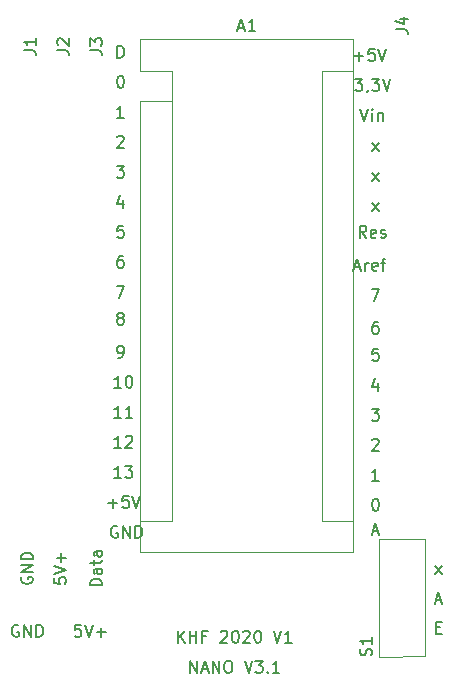
<source format=gbr>
%TF.GenerationSoftware,KiCad,Pcbnew,9.0.6*%
%TF.CreationDate,2025-12-02T10:32:04+01:00*%
%TF.ProjectId,NANO_Shield,4e414e4f-5f53-4686-9965-6c642e6b6963,rev?*%
%TF.SameCoordinates,Original*%
%TF.FileFunction,Legend,Top*%
%TF.FilePolarity,Positive*%
%FSLAX46Y46*%
G04 Gerber Fmt 4.6, Leading zero omitted, Abs format (unit mm)*
G04 Created by KiCad (PCBNEW 9.0.6) date 2025-12-02 10:32:04*
%MOMM*%
%LPD*%
G01*
G04 APERTURE LIST*
%ADD10C,0.150000*%
%ADD11C,0.120000*%
G04 APERTURE END LIST*
D10*
X124762095Y-362404819D02*
X124762095Y-361404819D01*
X124762095Y-361404819D02*
X125333523Y-362404819D01*
X125333523Y-362404819D02*
X125333523Y-361404819D01*
X125762095Y-362119104D02*
X126238285Y-362119104D01*
X125666857Y-362404819D02*
X126000190Y-361404819D01*
X126000190Y-361404819D02*
X126333523Y-362404819D01*
X126666857Y-362404819D02*
X126666857Y-361404819D01*
X126666857Y-361404819D02*
X127238285Y-362404819D01*
X127238285Y-362404819D02*
X127238285Y-361404819D01*
X127904952Y-361404819D02*
X128095428Y-361404819D01*
X128095428Y-361404819D02*
X128190666Y-361452438D01*
X128190666Y-361452438D02*
X128285904Y-361547676D01*
X128285904Y-361547676D02*
X128333523Y-361738152D01*
X128333523Y-361738152D02*
X128333523Y-362071485D01*
X128333523Y-362071485D02*
X128285904Y-362261961D01*
X128285904Y-362261961D02*
X128190666Y-362357200D01*
X128190666Y-362357200D02*
X128095428Y-362404819D01*
X128095428Y-362404819D02*
X127904952Y-362404819D01*
X127904952Y-362404819D02*
X127809714Y-362357200D01*
X127809714Y-362357200D02*
X127714476Y-362261961D01*
X127714476Y-362261961D02*
X127666857Y-362071485D01*
X127666857Y-362071485D02*
X127666857Y-361738152D01*
X127666857Y-361738152D02*
X127714476Y-361547676D01*
X127714476Y-361547676D02*
X127809714Y-361452438D01*
X127809714Y-361452438D02*
X127904952Y-361404819D01*
X129381143Y-361404819D02*
X129714476Y-362404819D01*
X129714476Y-362404819D02*
X130047809Y-361404819D01*
X130285905Y-361404819D02*
X130904952Y-361404819D01*
X130904952Y-361404819D02*
X130571619Y-361785771D01*
X130571619Y-361785771D02*
X130714476Y-361785771D01*
X130714476Y-361785771D02*
X130809714Y-361833390D01*
X130809714Y-361833390D02*
X130857333Y-361881009D01*
X130857333Y-361881009D02*
X130904952Y-361976247D01*
X130904952Y-361976247D02*
X130904952Y-362214342D01*
X130904952Y-362214342D02*
X130857333Y-362309580D01*
X130857333Y-362309580D02*
X130809714Y-362357200D01*
X130809714Y-362357200D02*
X130714476Y-362404819D01*
X130714476Y-362404819D02*
X130428762Y-362404819D01*
X130428762Y-362404819D02*
X130333524Y-362357200D01*
X130333524Y-362357200D02*
X130285905Y-362309580D01*
X131333524Y-362309580D02*
X131381143Y-362357200D01*
X131381143Y-362357200D02*
X131333524Y-362404819D01*
X131333524Y-362404819D02*
X131285905Y-362357200D01*
X131285905Y-362357200D02*
X131333524Y-362309580D01*
X131333524Y-362309580D02*
X131333524Y-362404819D01*
X132333523Y-362404819D02*
X131762095Y-362404819D01*
X132047809Y-362404819D02*
X132047809Y-361404819D01*
X132047809Y-361404819D02*
X131952571Y-361547676D01*
X131952571Y-361547676D02*
X131857333Y-361642914D01*
X131857333Y-361642914D02*
X131762095Y-361690533D01*
X145534095Y-354022819D02*
X146057904Y-353356152D01*
X145534095Y-353356152D02*
X146057904Y-354022819D01*
X145557905Y-356277104D02*
X146034095Y-356277104D01*
X145462667Y-356562819D02*
X145796000Y-355562819D01*
X145796000Y-355562819D02*
X146129333Y-356562819D01*
X145581714Y-358579009D02*
X145915047Y-358579009D01*
X146057904Y-359102819D02*
X145581714Y-359102819D01*
X145581714Y-359102819D02*
X145581714Y-358102819D01*
X145581714Y-358102819D02*
X146057904Y-358102819D01*
X140200095Y-323288819D02*
X140723904Y-322622152D01*
X140200095Y-322622152D02*
X140723904Y-323288819D01*
X140200095Y-320748819D02*
X140723904Y-320082152D01*
X140200095Y-320082152D02*
X140723904Y-320748819D01*
X140200095Y-318208819D02*
X140723904Y-317542152D01*
X140200095Y-317542152D02*
X140723904Y-318208819D01*
X139184191Y-314668819D02*
X139517524Y-315668819D01*
X139517524Y-315668819D02*
X139850857Y-314668819D01*
X140184191Y-315668819D02*
X140184191Y-315002152D01*
X140184191Y-314668819D02*
X140136572Y-314716438D01*
X140136572Y-314716438D02*
X140184191Y-314764057D01*
X140184191Y-314764057D02*
X140231810Y-314716438D01*
X140231810Y-314716438D02*
X140184191Y-314668819D01*
X140184191Y-314668819D02*
X140184191Y-314764057D01*
X140660381Y-315002152D02*
X140660381Y-315668819D01*
X140660381Y-315097390D02*
X140708000Y-315049771D01*
X140708000Y-315049771D02*
X140803238Y-315002152D01*
X140803238Y-315002152D02*
X140946095Y-315002152D01*
X140946095Y-315002152D02*
X141041333Y-315049771D01*
X141041333Y-315049771D02*
X141088952Y-315145009D01*
X141088952Y-315145009D02*
X141088952Y-315668819D01*
X138731810Y-312128819D02*
X139350857Y-312128819D01*
X139350857Y-312128819D02*
X139017524Y-312509771D01*
X139017524Y-312509771D02*
X139160381Y-312509771D01*
X139160381Y-312509771D02*
X139255619Y-312557390D01*
X139255619Y-312557390D02*
X139303238Y-312605009D01*
X139303238Y-312605009D02*
X139350857Y-312700247D01*
X139350857Y-312700247D02*
X139350857Y-312938342D01*
X139350857Y-312938342D02*
X139303238Y-313033580D01*
X139303238Y-313033580D02*
X139255619Y-313081200D01*
X139255619Y-313081200D02*
X139160381Y-313128819D01*
X139160381Y-313128819D02*
X138874667Y-313128819D01*
X138874667Y-313128819D02*
X138779429Y-313081200D01*
X138779429Y-313081200D02*
X138731810Y-313033580D01*
X139827048Y-313081200D02*
X139827048Y-313128819D01*
X139827048Y-313128819D02*
X139779429Y-313224057D01*
X139779429Y-313224057D02*
X139731810Y-313271676D01*
X140160381Y-312128819D02*
X140779428Y-312128819D01*
X140779428Y-312128819D02*
X140446095Y-312509771D01*
X140446095Y-312509771D02*
X140588952Y-312509771D01*
X140588952Y-312509771D02*
X140684190Y-312557390D01*
X140684190Y-312557390D02*
X140731809Y-312605009D01*
X140731809Y-312605009D02*
X140779428Y-312700247D01*
X140779428Y-312700247D02*
X140779428Y-312938342D01*
X140779428Y-312938342D02*
X140731809Y-313033580D01*
X140731809Y-313033580D02*
X140684190Y-313081200D01*
X140684190Y-313081200D02*
X140588952Y-313128819D01*
X140588952Y-313128819D02*
X140303238Y-313128819D01*
X140303238Y-313128819D02*
X140208000Y-313081200D01*
X140208000Y-313081200D02*
X140160381Y-313033580D01*
X141065143Y-312128819D02*
X141398476Y-313128819D01*
X141398476Y-313128819D02*
X141731809Y-312128819D01*
X138668286Y-310207866D02*
X139430191Y-310207866D01*
X139049238Y-310588819D02*
X139049238Y-309826914D01*
X140382571Y-309588819D02*
X139906381Y-309588819D01*
X139906381Y-309588819D02*
X139858762Y-310065009D01*
X139858762Y-310065009D02*
X139906381Y-310017390D01*
X139906381Y-310017390D02*
X140001619Y-309969771D01*
X140001619Y-309969771D02*
X140239714Y-309969771D01*
X140239714Y-309969771D02*
X140334952Y-310017390D01*
X140334952Y-310017390D02*
X140382571Y-310065009D01*
X140382571Y-310065009D02*
X140430190Y-310160247D01*
X140430190Y-310160247D02*
X140430190Y-310398342D01*
X140430190Y-310398342D02*
X140382571Y-310493580D01*
X140382571Y-310493580D02*
X140334952Y-310541200D01*
X140334952Y-310541200D02*
X140239714Y-310588819D01*
X140239714Y-310588819D02*
X140001619Y-310588819D01*
X140001619Y-310588819D02*
X139906381Y-310541200D01*
X139906381Y-310541200D02*
X139858762Y-310493580D01*
X140715905Y-309588819D02*
X141049238Y-310588819D01*
X141049238Y-310588819D02*
X141382571Y-309588819D01*
X139684190Y-325574819D02*
X139350857Y-325098628D01*
X139112762Y-325574819D02*
X139112762Y-324574819D01*
X139112762Y-324574819D02*
X139493714Y-324574819D01*
X139493714Y-324574819D02*
X139588952Y-324622438D01*
X139588952Y-324622438D02*
X139636571Y-324670057D01*
X139636571Y-324670057D02*
X139684190Y-324765295D01*
X139684190Y-324765295D02*
X139684190Y-324908152D01*
X139684190Y-324908152D02*
X139636571Y-325003390D01*
X139636571Y-325003390D02*
X139588952Y-325051009D01*
X139588952Y-325051009D02*
X139493714Y-325098628D01*
X139493714Y-325098628D02*
X139112762Y-325098628D01*
X140493714Y-325527200D02*
X140398476Y-325574819D01*
X140398476Y-325574819D02*
X140208000Y-325574819D01*
X140208000Y-325574819D02*
X140112762Y-325527200D01*
X140112762Y-325527200D02*
X140065143Y-325431961D01*
X140065143Y-325431961D02*
X140065143Y-325051009D01*
X140065143Y-325051009D02*
X140112762Y-324955771D01*
X140112762Y-324955771D02*
X140208000Y-324908152D01*
X140208000Y-324908152D02*
X140398476Y-324908152D01*
X140398476Y-324908152D02*
X140493714Y-324955771D01*
X140493714Y-324955771D02*
X140541333Y-325051009D01*
X140541333Y-325051009D02*
X140541333Y-325146247D01*
X140541333Y-325146247D02*
X140065143Y-325241485D01*
X140922286Y-325527200D02*
X141017524Y-325574819D01*
X141017524Y-325574819D02*
X141208000Y-325574819D01*
X141208000Y-325574819D02*
X141303238Y-325527200D01*
X141303238Y-325527200D02*
X141350857Y-325431961D01*
X141350857Y-325431961D02*
X141350857Y-325384342D01*
X141350857Y-325384342D02*
X141303238Y-325289104D01*
X141303238Y-325289104D02*
X141208000Y-325241485D01*
X141208000Y-325241485D02*
X141065143Y-325241485D01*
X141065143Y-325241485D02*
X140969905Y-325193866D01*
X140969905Y-325193866D02*
X140922286Y-325098628D01*
X140922286Y-325098628D02*
X140922286Y-325051009D01*
X140922286Y-325051009D02*
X140969905Y-324955771D01*
X140969905Y-324955771D02*
X141065143Y-324908152D01*
X141065143Y-324908152D02*
X141208000Y-324908152D01*
X141208000Y-324908152D02*
X141303238Y-324955771D01*
X138692095Y-328083104D02*
X139168285Y-328083104D01*
X138596857Y-328368819D02*
X138930190Y-327368819D01*
X138930190Y-327368819D02*
X139263523Y-328368819D01*
X139596857Y-328368819D02*
X139596857Y-327702152D01*
X139596857Y-327892628D02*
X139644476Y-327797390D01*
X139644476Y-327797390D02*
X139692095Y-327749771D01*
X139692095Y-327749771D02*
X139787333Y-327702152D01*
X139787333Y-327702152D02*
X139882571Y-327702152D01*
X140596857Y-328321200D02*
X140501619Y-328368819D01*
X140501619Y-328368819D02*
X140311143Y-328368819D01*
X140311143Y-328368819D02*
X140215905Y-328321200D01*
X140215905Y-328321200D02*
X140168286Y-328225961D01*
X140168286Y-328225961D02*
X140168286Y-327845009D01*
X140168286Y-327845009D02*
X140215905Y-327749771D01*
X140215905Y-327749771D02*
X140311143Y-327702152D01*
X140311143Y-327702152D02*
X140501619Y-327702152D01*
X140501619Y-327702152D02*
X140596857Y-327749771D01*
X140596857Y-327749771D02*
X140644476Y-327845009D01*
X140644476Y-327845009D02*
X140644476Y-327940247D01*
X140644476Y-327940247D02*
X140168286Y-328035485D01*
X140930191Y-327702152D02*
X141311143Y-327702152D01*
X141073048Y-328368819D02*
X141073048Y-327511676D01*
X141073048Y-327511676D02*
X141120667Y-327416438D01*
X141120667Y-327416438D02*
X141215905Y-327368819D01*
X141215905Y-327368819D02*
X141311143Y-327368819D01*
X140128667Y-329908819D02*
X140795333Y-329908819D01*
X140795333Y-329908819D02*
X140366762Y-330908819D01*
X140652476Y-332702819D02*
X140462000Y-332702819D01*
X140462000Y-332702819D02*
X140366762Y-332750438D01*
X140366762Y-332750438D02*
X140319143Y-332798057D01*
X140319143Y-332798057D02*
X140223905Y-332940914D01*
X140223905Y-332940914D02*
X140176286Y-333131390D01*
X140176286Y-333131390D02*
X140176286Y-333512342D01*
X140176286Y-333512342D02*
X140223905Y-333607580D01*
X140223905Y-333607580D02*
X140271524Y-333655200D01*
X140271524Y-333655200D02*
X140366762Y-333702819D01*
X140366762Y-333702819D02*
X140557238Y-333702819D01*
X140557238Y-333702819D02*
X140652476Y-333655200D01*
X140652476Y-333655200D02*
X140700095Y-333607580D01*
X140700095Y-333607580D02*
X140747714Y-333512342D01*
X140747714Y-333512342D02*
X140747714Y-333274247D01*
X140747714Y-333274247D02*
X140700095Y-333179009D01*
X140700095Y-333179009D02*
X140652476Y-333131390D01*
X140652476Y-333131390D02*
X140557238Y-333083771D01*
X140557238Y-333083771D02*
X140366762Y-333083771D01*
X140366762Y-333083771D02*
X140271524Y-333131390D01*
X140271524Y-333131390D02*
X140223905Y-333179009D01*
X140223905Y-333179009D02*
X140176286Y-333274247D01*
X140700095Y-334988819D02*
X140223905Y-334988819D01*
X140223905Y-334988819D02*
X140176286Y-335465009D01*
X140176286Y-335465009D02*
X140223905Y-335417390D01*
X140223905Y-335417390D02*
X140319143Y-335369771D01*
X140319143Y-335369771D02*
X140557238Y-335369771D01*
X140557238Y-335369771D02*
X140652476Y-335417390D01*
X140652476Y-335417390D02*
X140700095Y-335465009D01*
X140700095Y-335465009D02*
X140747714Y-335560247D01*
X140747714Y-335560247D02*
X140747714Y-335798342D01*
X140747714Y-335798342D02*
X140700095Y-335893580D01*
X140700095Y-335893580D02*
X140652476Y-335941200D01*
X140652476Y-335941200D02*
X140557238Y-335988819D01*
X140557238Y-335988819D02*
X140319143Y-335988819D01*
X140319143Y-335988819D02*
X140223905Y-335941200D01*
X140223905Y-335941200D02*
X140176286Y-335893580D01*
X140652476Y-337862152D02*
X140652476Y-338528819D01*
X140414381Y-337481200D02*
X140176286Y-338195485D01*
X140176286Y-338195485D02*
X140795333Y-338195485D01*
X140128667Y-340068819D02*
X140747714Y-340068819D01*
X140747714Y-340068819D02*
X140414381Y-340449771D01*
X140414381Y-340449771D02*
X140557238Y-340449771D01*
X140557238Y-340449771D02*
X140652476Y-340497390D01*
X140652476Y-340497390D02*
X140700095Y-340545009D01*
X140700095Y-340545009D02*
X140747714Y-340640247D01*
X140747714Y-340640247D02*
X140747714Y-340878342D01*
X140747714Y-340878342D02*
X140700095Y-340973580D01*
X140700095Y-340973580D02*
X140652476Y-341021200D01*
X140652476Y-341021200D02*
X140557238Y-341068819D01*
X140557238Y-341068819D02*
X140271524Y-341068819D01*
X140271524Y-341068819D02*
X140176286Y-341021200D01*
X140176286Y-341021200D02*
X140128667Y-340973580D01*
X140176286Y-342704057D02*
X140223905Y-342656438D01*
X140223905Y-342656438D02*
X140319143Y-342608819D01*
X140319143Y-342608819D02*
X140557238Y-342608819D01*
X140557238Y-342608819D02*
X140652476Y-342656438D01*
X140652476Y-342656438D02*
X140700095Y-342704057D01*
X140700095Y-342704057D02*
X140747714Y-342799295D01*
X140747714Y-342799295D02*
X140747714Y-342894533D01*
X140747714Y-342894533D02*
X140700095Y-343037390D01*
X140700095Y-343037390D02*
X140128667Y-343608819D01*
X140128667Y-343608819D02*
X140747714Y-343608819D01*
X140747714Y-346148819D02*
X140176286Y-346148819D01*
X140462000Y-346148819D02*
X140462000Y-345148819D01*
X140462000Y-345148819D02*
X140366762Y-345291676D01*
X140366762Y-345291676D02*
X140271524Y-345386914D01*
X140271524Y-345386914D02*
X140176286Y-345434533D01*
X140414381Y-347688819D02*
X140509619Y-347688819D01*
X140509619Y-347688819D02*
X140604857Y-347736438D01*
X140604857Y-347736438D02*
X140652476Y-347784057D01*
X140652476Y-347784057D02*
X140700095Y-347879295D01*
X140700095Y-347879295D02*
X140747714Y-348069771D01*
X140747714Y-348069771D02*
X140747714Y-348307866D01*
X140747714Y-348307866D02*
X140700095Y-348498342D01*
X140700095Y-348498342D02*
X140652476Y-348593580D01*
X140652476Y-348593580D02*
X140604857Y-348641200D01*
X140604857Y-348641200D02*
X140509619Y-348688819D01*
X140509619Y-348688819D02*
X140414381Y-348688819D01*
X140414381Y-348688819D02*
X140319143Y-348641200D01*
X140319143Y-348641200D02*
X140271524Y-348593580D01*
X140271524Y-348593580D02*
X140223905Y-348498342D01*
X140223905Y-348498342D02*
X140176286Y-348307866D01*
X140176286Y-348307866D02*
X140176286Y-348069771D01*
X140176286Y-348069771D02*
X140223905Y-347879295D01*
X140223905Y-347879295D02*
X140271524Y-347784057D01*
X140271524Y-347784057D02*
X140319143Y-347736438D01*
X140319143Y-347736438D02*
X140414381Y-347688819D01*
X140223905Y-350435104D02*
X140700095Y-350435104D01*
X140128667Y-350720819D02*
X140462000Y-349720819D01*
X140462000Y-349720819D02*
X140795333Y-350720819D01*
X118618095Y-350022438D02*
X118522857Y-349974819D01*
X118522857Y-349974819D02*
X118380000Y-349974819D01*
X118380000Y-349974819D02*
X118237143Y-350022438D01*
X118237143Y-350022438D02*
X118141905Y-350117676D01*
X118141905Y-350117676D02*
X118094286Y-350212914D01*
X118094286Y-350212914D02*
X118046667Y-350403390D01*
X118046667Y-350403390D02*
X118046667Y-350546247D01*
X118046667Y-350546247D02*
X118094286Y-350736723D01*
X118094286Y-350736723D02*
X118141905Y-350831961D01*
X118141905Y-350831961D02*
X118237143Y-350927200D01*
X118237143Y-350927200D02*
X118380000Y-350974819D01*
X118380000Y-350974819D02*
X118475238Y-350974819D01*
X118475238Y-350974819D02*
X118618095Y-350927200D01*
X118618095Y-350927200D02*
X118665714Y-350879580D01*
X118665714Y-350879580D02*
X118665714Y-350546247D01*
X118665714Y-350546247D02*
X118475238Y-350546247D01*
X119094286Y-350974819D02*
X119094286Y-349974819D01*
X119094286Y-349974819D02*
X119665714Y-350974819D01*
X119665714Y-350974819D02*
X119665714Y-349974819D01*
X120141905Y-350974819D02*
X120141905Y-349974819D01*
X120141905Y-349974819D02*
X120380000Y-349974819D01*
X120380000Y-349974819D02*
X120522857Y-350022438D01*
X120522857Y-350022438D02*
X120618095Y-350117676D01*
X120618095Y-350117676D02*
X120665714Y-350212914D01*
X120665714Y-350212914D02*
X120713333Y-350403390D01*
X120713333Y-350403390D02*
X120713333Y-350546247D01*
X120713333Y-350546247D02*
X120665714Y-350736723D01*
X120665714Y-350736723D02*
X120618095Y-350831961D01*
X120618095Y-350831961D02*
X120522857Y-350927200D01*
X120522857Y-350927200D02*
X120380000Y-350974819D01*
X120380000Y-350974819D02*
X120141905Y-350974819D01*
X117840286Y-348053866D02*
X118602191Y-348053866D01*
X118221238Y-348434819D02*
X118221238Y-347672914D01*
X119554571Y-347434819D02*
X119078381Y-347434819D01*
X119078381Y-347434819D02*
X119030762Y-347911009D01*
X119030762Y-347911009D02*
X119078381Y-347863390D01*
X119078381Y-347863390D02*
X119173619Y-347815771D01*
X119173619Y-347815771D02*
X119411714Y-347815771D01*
X119411714Y-347815771D02*
X119506952Y-347863390D01*
X119506952Y-347863390D02*
X119554571Y-347911009D01*
X119554571Y-347911009D02*
X119602190Y-348006247D01*
X119602190Y-348006247D02*
X119602190Y-348244342D01*
X119602190Y-348244342D02*
X119554571Y-348339580D01*
X119554571Y-348339580D02*
X119506952Y-348387200D01*
X119506952Y-348387200D02*
X119411714Y-348434819D01*
X119411714Y-348434819D02*
X119173619Y-348434819D01*
X119173619Y-348434819D02*
X119078381Y-348387200D01*
X119078381Y-348387200D02*
X119030762Y-348339580D01*
X119887905Y-347434819D02*
X120221238Y-348434819D01*
X120221238Y-348434819D02*
X120554571Y-347434819D01*
X118935523Y-345894819D02*
X118364095Y-345894819D01*
X118649809Y-345894819D02*
X118649809Y-344894819D01*
X118649809Y-344894819D02*
X118554571Y-345037676D01*
X118554571Y-345037676D02*
X118459333Y-345132914D01*
X118459333Y-345132914D02*
X118364095Y-345180533D01*
X119268857Y-344894819D02*
X119887904Y-344894819D01*
X119887904Y-344894819D02*
X119554571Y-345275771D01*
X119554571Y-345275771D02*
X119697428Y-345275771D01*
X119697428Y-345275771D02*
X119792666Y-345323390D01*
X119792666Y-345323390D02*
X119840285Y-345371009D01*
X119840285Y-345371009D02*
X119887904Y-345466247D01*
X119887904Y-345466247D02*
X119887904Y-345704342D01*
X119887904Y-345704342D02*
X119840285Y-345799580D01*
X119840285Y-345799580D02*
X119792666Y-345847200D01*
X119792666Y-345847200D02*
X119697428Y-345894819D01*
X119697428Y-345894819D02*
X119411714Y-345894819D01*
X119411714Y-345894819D02*
X119316476Y-345847200D01*
X119316476Y-345847200D02*
X119268857Y-345799580D01*
X118935523Y-343354819D02*
X118364095Y-343354819D01*
X118649809Y-343354819D02*
X118649809Y-342354819D01*
X118649809Y-342354819D02*
X118554571Y-342497676D01*
X118554571Y-342497676D02*
X118459333Y-342592914D01*
X118459333Y-342592914D02*
X118364095Y-342640533D01*
X119316476Y-342450057D02*
X119364095Y-342402438D01*
X119364095Y-342402438D02*
X119459333Y-342354819D01*
X119459333Y-342354819D02*
X119697428Y-342354819D01*
X119697428Y-342354819D02*
X119792666Y-342402438D01*
X119792666Y-342402438D02*
X119840285Y-342450057D01*
X119840285Y-342450057D02*
X119887904Y-342545295D01*
X119887904Y-342545295D02*
X119887904Y-342640533D01*
X119887904Y-342640533D02*
X119840285Y-342783390D01*
X119840285Y-342783390D02*
X119268857Y-343354819D01*
X119268857Y-343354819D02*
X119887904Y-343354819D01*
X118935523Y-340814819D02*
X118364095Y-340814819D01*
X118649809Y-340814819D02*
X118649809Y-339814819D01*
X118649809Y-339814819D02*
X118554571Y-339957676D01*
X118554571Y-339957676D02*
X118459333Y-340052914D01*
X118459333Y-340052914D02*
X118364095Y-340100533D01*
X119887904Y-340814819D02*
X119316476Y-340814819D01*
X119602190Y-340814819D02*
X119602190Y-339814819D01*
X119602190Y-339814819D02*
X119506952Y-339957676D01*
X119506952Y-339957676D02*
X119411714Y-340052914D01*
X119411714Y-340052914D02*
X119316476Y-340100533D01*
X118935523Y-338274819D02*
X118364095Y-338274819D01*
X118649809Y-338274819D02*
X118649809Y-337274819D01*
X118649809Y-337274819D02*
X118554571Y-337417676D01*
X118554571Y-337417676D02*
X118459333Y-337512914D01*
X118459333Y-337512914D02*
X118364095Y-337560533D01*
X119554571Y-337274819D02*
X119649809Y-337274819D01*
X119649809Y-337274819D02*
X119745047Y-337322438D01*
X119745047Y-337322438D02*
X119792666Y-337370057D01*
X119792666Y-337370057D02*
X119840285Y-337465295D01*
X119840285Y-337465295D02*
X119887904Y-337655771D01*
X119887904Y-337655771D02*
X119887904Y-337893866D01*
X119887904Y-337893866D02*
X119840285Y-338084342D01*
X119840285Y-338084342D02*
X119792666Y-338179580D01*
X119792666Y-338179580D02*
X119745047Y-338227200D01*
X119745047Y-338227200D02*
X119649809Y-338274819D01*
X119649809Y-338274819D02*
X119554571Y-338274819D01*
X119554571Y-338274819D02*
X119459333Y-338227200D01*
X119459333Y-338227200D02*
X119411714Y-338179580D01*
X119411714Y-338179580D02*
X119364095Y-338084342D01*
X119364095Y-338084342D02*
X119316476Y-337893866D01*
X119316476Y-337893866D02*
X119316476Y-337655771D01*
X119316476Y-337655771D02*
X119364095Y-337465295D01*
X119364095Y-337465295D02*
X119411714Y-337370057D01*
X119411714Y-337370057D02*
X119459333Y-337322438D01*
X119459333Y-337322438D02*
X119554571Y-337274819D01*
X118681524Y-335734819D02*
X118872000Y-335734819D01*
X118872000Y-335734819D02*
X118967238Y-335687200D01*
X118967238Y-335687200D02*
X119014857Y-335639580D01*
X119014857Y-335639580D02*
X119110095Y-335496723D01*
X119110095Y-335496723D02*
X119157714Y-335306247D01*
X119157714Y-335306247D02*
X119157714Y-334925295D01*
X119157714Y-334925295D02*
X119110095Y-334830057D01*
X119110095Y-334830057D02*
X119062476Y-334782438D01*
X119062476Y-334782438D02*
X118967238Y-334734819D01*
X118967238Y-334734819D02*
X118776762Y-334734819D01*
X118776762Y-334734819D02*
X118681524Y-334782438D01*
X118681524Y-334782438D02*
X118633905Y-334830057D01*
X118633905Y-334830057D02*
X118586286Y-334925295D01*
X118586286Y-334925295D02*
X118586286Y-335163390D01*
X118586286Y-335163390D02*
X118633905Y-335258628D01*
X118633905Y-335258628D02*
X118681524Y-335306247D01*
X118681524Y-335306247D02*
X118776762Y-335353866D01*
X118776762Y-335353866D02*
X118967238Y-335353866D01*
X118967238Y-335353866D02*
X119062476Y-335306247D01*
X119062476Y-335306247D02*
X119110095Y-335258628D01*
X119110095Y-335258628D02*
X119157714Y-335163390D01*
X118776762Y-332369390D02*
X118681524Y-332321771D01*
X118681524Y-332321771D02*
X118633905Y-332274152D01*
X118633905Y-332274152D02*
X118586286Y-332178914D01*
X118586286Y-332178914D02*
X118586286Y-332131295D01*
X118586286Y-332131295D02*
X118633905Y-332036057D01*
X118633905Y-332036057D02*
X118681524Y-331988438D01*
X118681524Y-331988438D02*
X118776762Y-331940819D01*
X118776762Y-331940819D02*
X118967238Y-331940819D01*
X118967238Y-331940819D02*
X119062476Y-331988438D01*
X119062476Y-331988438D02*
X119110095Y-332036057D01*
X119110095Y-332036057D02*
X119157714Y-332131295D01*
X119157714Y-332131295D02*
X119157714Y-332178914D01*
X119157714Y-332178914D02*
X119110095Y-332274152D01*
X119110095Y-332274152D02*
X119062476Y-332321771D01*
X119062476Y-332321771D02*
X118967238Y-332369390D01*
X118967238Y-332369390D02*
X118776762Y-332369390D01*
X118776762Y-332369390D02*
X118681524Y-332417009D01*
X118681524Y-332417009D02*
X118633905Y-332464628D01*
X118633905Y-332464628D02*
X118586286Y-332559866D01*
X118586286Y-332559866D02*
X118586286Y-332750342D01*
X118586286Y-332750342D02*
X118633905Y-332845580D01*
X118633905Y-332845580D02*
X118681524Y-332893200D01*
X118681524Y-332893200D02*
X118776762Y-332940819D01*
X118776762Y-332940819D02*
X118967238Y-332940819D01*
X118967238Y-332940819D02*
X119062476Y-332893200D01*
X119062476Y-332893200D02*
X119110095Y-332845580D01*
X119110095Y-332845580D02*
X119157714Y-332750342D01*
X119157714Y-332750342D02*
X119157714Y-332559866D01*
X119157714Y-332559866D02*
X119110095Y-332464628D01*
X119110095Y-332464628D02*
X119062476Y-332417009D01*
X119062476Y-332417009D02*
X118967238Y-332369390D01*
X118538667Y-329654819D02*
X119205333Y-329654819D01*
X119205333Y-329654819D02*
X118776762Y-330654819D01*
X119062476Y-327114819D02*
X118872000Y-327114819D01*
X118872000Y-327114819D02*
X118776762Y-327162438D01*
X118776762Y-327162438D02*
X118729143Y-327210057D01*
X118729143Y-327210057D02*
X118633905Y-327352914D01*
X118633905Y-327352914D02*
X118586286Y-327543390D01*
X118586286Y-327543390D02*
X118586286Y-327924342D01*
X118586286Y-327924342D02*
X118633905Y-328019580D01*
X118633905Y-328019580D02*
X118681524Y-328067200D01*
X118681524Y-328067200D02*
X118776762Y-328114819D01*
X118776762Y-328114819D02*
X118967238Y-328114819D01*
X118967238Y-328114819D02*
X119062476Y-328067200D01*
X119062476Y-328067200D02*
X119110095Y-328019580D01*
X119110095Y-328019580D02*
X119157714Y-327924342D01*
X119157714Y-327924342D02*
X119157714Y-327686247D01*
X119157714Y-327686247D02*
X119110095Y-327591009D01*
X119110095Y-327591009D02*
X119062476Y-327543390D01*
X119062476Y-327543390D02*
X118967238Y-327495771D01*
X118967238Y-327495771D02*
X118776762Y-327495771D01*
X118776762Y-327495771D02*
X118681524Y-327543390D01*
X118681524Y-327543390D02*
X118633905Y-327591009D01*
X118633905Y-327591009D02*
X118586286Y-327686247D01*
X119110095Y-324574819D02*
X118633905Y-324574819D01*
X118633905Y-324574819D02*
X118586286Y-325051009D01*
X118586286Y-325051009D02*
X118633905Y-325003390D01*
X118633905Y-325003390D02*
X118729143Y-324955771D01*
X118729143Y-324955771D02*
X118967238Y-324955771D01*
X118967238Y-324955771D02*
X119062476Y-325003390D01*
X119062476Y-325003390D02*
X119110095Y-325051009D01*
X119110095Y-325051009D02*
X119157714Y-325146247D01*
X119157714Y-325146247D02*
X119157714Y-325384342D01*
X119157714Y-325384342D02*
X119110095Y-325479580D01*
X119110095Y-325479580D02*
X119062476Y-325527200D01*
X119062476Y-325527200D02*
X118967238Y-325574819D01*
X118967238Y-325574819D02*
X118729143Y-325574819D01*
X118729143Y-325574819D02*
X118633905Y-325527200D01*
X118633905Y-325527200D02*
X118586286Y-325479580D01*
X119062476Y-322368152D02*
X119062476Y-323034819D01*
X118824381Y-321987200D02*
X118586286Y-322701485D01*
X118586286Y-322701485D02*
X119205333Y-322701485D01*
X118610095Y-310334819D02*
X118610095Y-309334819D01*
X118610095Y-309334819D02*
X118848190Y-309334819D01*
X118848190Y-309334819D02*
X118991047Y-309382438D01*
X118991047Y-309382438D02*
X119086285Y-309477676D01*
X119086285Y-309477676D02*
X119133904Y-309572914D01*
X119133904Y-309572914D02*
X119181523Y-309763390D01*
X119181523Y-309763390D02*
X119181523Y-309906247D01*
X119181523Y-309906247D02*
X119133904Y-310096723D01*
X119133904Y-310096723D02*
X119086285Y-310191961D01*
X119086285Y-310191961D02*
X118991047Y-310287200D01*
X118991047Y-310287200D02*
X118848190Y-310334819D01*
X118848190Y-310334819D02*
X118610095Y-310334819D01*
X118538667Y-319494819D02*
X119157714Y-319494819D01*
X119157714Y-319494819D02*
X118824381Y-319875771D01*
X118824381Y-319875771D02*
X118967238Y-319875771D01*
X118967238Y-319875771D02*
X119062476Y-319923390D01*
X119062476Y-319923390D02*
X119110095Y-319971009D01*
X119110095Y-319971009D02*
X119157714Y-320066247D01*
X119157714Y-320066247D02*
X119157714Y-320304342D01*
X119157714Y-320304342D02*
X119110095Y-320399580D01*
X119110095Y-320399580D02*
X119062476Y-320447200D01*
X119062476Y-320447200D02*
X118967238Y-320494819D01*
X118967238Y-320494819D02*
X118681524Y-320494819D01*
X118681524Y-320494819D02*
X118586286Y-320447200D01*
X118586286Y-320447200D02*
X118538667Y-320399580D01*
X118586286Y-317050057D02*
X118633905Y-317002438D01*
X118633905Y-317002438D02*
X118729143Y-316954819D01*
X118729143Y-316954819D02*
X118967238Y-316954819D01*
X118967238Y-316954819D02*
X119062476Y-317002438D01*
X119062476Y-317002438D02*
X119110095Y-317050057D01*
X119110095Y-317050057D02*
X119157714Y-317145295D01*
X119157714Y-317145295D02*
X119157714Y-317240533D01*
X119157714Y-317240533D02*
X119110095Y-317383390D01*
X119110095Y-317383390D02*
X118538667Y-317954819D01*
X118538667Y-317954819D02*
X119157714Y-317954819D01*
X119157714Y-315414819D02*
X118586286Y-315414819D01*
X118872000Y-315414819D02*
X118872000Y-314414819D01*
X118872000Y-314414819D02*
X118776762Y-314557676D01*
X118776762Y-314557676D02*
X118681524Y-314652914D01*
X118681524Y-314652914D02*
X118586286Y-314700533D01*
X118824381Y-311874819D02*
X118919619Y-311874819D01*
X118919619Y-311874819D02*
X119014857Y-311922438D01*
X119014857Y-311922438D02*
X119062476Y-311970057D01*
X119062476Y-311970057D02*
X119110095Y-312065295D01*
X119110095Y-312065295D02*
X119157714Y-312255771D01*
X119157714Y-312255771D02*
X119157714Y-312493866D01*
X119157714Y-312493866D02*
X119110095Y-312684342D01*
X119110095Y-312684342D02*
X119062476Y-312779580D01*
X119062476Y-312779580D02*
X119014857Y-312827200D01*
X119014857Y-312827200D02*
X118919619Y-312874819D01*
X118919619Y-312874819D02*
X118824381Y-312874819D01*
X118824381Y-312874819D02*
X118729143Y-312827200D01*
X118729143Y-312827200D02*
X118681524Y-312779580D01*
X118681524Y-312779580D02*
X118633905Y-312684342D01*
X118633905Y-312684342D02*
X118586286Y-312493866D01*
X118586286Y-312493866D02*
X118586286Y-312255771D01*
X118586286Y-312255771D02*
X118633905Y-312065295D01*
X118633905Y-312065295D02*
X118681524Y-311970057D01*
X118681524Y-311970057D02*
X118729143Y-311922438D01*
X118729143Y-311922438D02*
X118824381Y-311874819D01*
X117294819Y-355020380D02*
X116294819Y-355020380D01*
X116294819Y-355020380D02*
X116294819Y-354782285D01*
X116294819Y-354782285D02*
X116342438Y-354639428D01*
X116342438Y-354639428D02*
X116437676Y-354544190D01*
X116437676Y-354544190D02*
X116532914Y-354496571D01*
X116532914Y-354496571D02*
X116723390Y-354448952D01*
X116723390Y-354448952D02*
X116866247Y-354448952D01*
X116866247Y-354448952D02*
X117056723Y-354496571D01*
X117056723Y-354496571D02*
X117151961Y-354544190D01*
X117151961Y-354544190D02*
X117247200Y-354639428D01*
X117247200Y-354639428D02*
X117294819Y-354782285D01*
X117294819Y-354782285D02*
X117294819Y-355020380D01*
X117294819Y-353591809D02*
X116771009Y-353591809D01*
X116771009Y-353591809D02*
X116675771Y-353639428D01*
X116675771Y-353639428D02*
X116628152Y-353734666D01*
X116628152Y-353734666D02*
X116628152Y-353925142D01*
X116628152Y-353925142D02*
X116675771Y-354020380D01*
X117247200Y-353591809D02*
X117294819Y-353687047D01*
X117294819Y-353687047D02*
X117294819Y-353925142D01*
X117294819Y-353925142D02*
X117247200Y-354020380D01*
X117247200Y-354020380D02*
X117151961Y-354067999D01*
X117151961Y-354067999D02*
X117056723Y-354067999D01*
X117056723Y-354067999D02*
X116961485Y-354020380D01*
X116961485Y-354020380D02*
X116913866Y-353925142D01*
X116913866Y-353925142D02*
X116913866Y-353687047D01*
X116913866Y-353687047D02*
X116866247Y-353591809D01*
X116628152Y-353258475D02*
X116628152Y-352877523D01*
X116294819Y-353115618D02*
X117151961Y-353115618D01*
X117151961Y-353115618D02*
X117247200Y-353067999D01*
X117247200Y-353067999D02*
X117294819Y-352972761D01*
X117294819Y-352972761D02*
X117294819Y-352877523D01*
X117294819Y-352115618D02*
X116771009Y-352115618D01*
X116771009Y-352115618D02*
X116675771Y-352163237D01*
X116675771Y-352163237D02*
X116628152Y-352258475D01*
X116628152Y-352258475D02*
X116628152Y-352448951D01*
X116628152Y-352448951D02*
X116675771Y-352544189D01*
X117247200Y-352115618D02*
X117294819Y-352210856D01*
X117294819Y-352210856D02*
X117294819Y-352448951D01*
X117294819Y-352448951D02*
X117247200Y-352544189D01*
X117247200Y-352544189D02*
X117151961Y-352591808D01*
X117151961Y-352591808D02*
X117056723Y-352591808D01*
X117056723Y-352591808D02*
X116961485Y-352544189D01*
X116961485Y-352544189D02*
X116913866Y-352448951D01*
X116913866Y-352448951D02*
X116913866Y-352210856D01*
X116913866Y-352210856D02*
X116866247Y-352115618D01*
X113246819Y-354377523D02*
X113246819Y-354853713D01*
X113246819Y-354853713D02*
X113723009Y-354901332D01*
X113723009Y-354901332D02*
X113675390Y-354853713D01*
X113675390Y-354853713D02*
X113627771Y-354758475D01*
X113627771Y-354758475D02*
X113627771Y-354520380D01*
X113627771Y-354520380D02*
X113675390Y-354425142D01*
X113675390Y-354425142D02*
X113723009Y-354377523D01*
X113723009Y-354377523D02*
X113818247Y-354329904D01*
X113818247Y-354329904D02*
X114056342Y-354329904D01*
X114056342Y-354329904D02*
X114151580Y-354377523D01*
X114151580Y-354377523D02*
X114199200Y-354425142D01*
X114199200Y-354425142D02*
X114246819Y-354520380D01*
X114246819Y-354520380D02*
X114246819Y-354758475D01*
X114246819Y-354758475D02*
X114199200Y-354853713D01*
X114199200Y-354853713D02*
X114151580Y-354901332D01*
X113246819Y-354044189D02*
X114246819Y-353710856D01*
X114246819Y-353710856D02*
X113246819Y-353377523D01*
X113865866Y-353044189D02*
X113865866Y-352282285D01*
X114246819Y-352663237D02*
X113484914Y-352663237D01*
X110500438Y-354329904D02*
X110452819Y-354425142D01*
X110452819Y-354425142D02*
X110452819Y-354567999D01*
X110452819Y-354567999D02*
X110500438Y-354710856D01*
X110500438Y-354710856D02*
X110595676Y-354806094D01*
X110595676Y-354806094D02*
X110690914Y-354853713D01*
X110690914Y-354853713D02*
X110881390Y-354901332D01*
X110881390Y-354901332D02*
X111024247Y-354901332D01*
X111024247Y-354901332D02*
X111214723Y-354853713D01*
X111214723Y-354853713D02*
X111309961Y-354806094D01*
X111309961Y-354806094D02*
X111405200Y-354710856D01*
X111405200Y-354710856D02*
X111452819Y-354567999D01*
X111452819Y-354567999D02*
X111452819Y-354472761D01*
X111452819Y-354472761D02*
X111405200Y-354329904D01*
X111405200Y-354329904D02*
X111357580Y-354282285D01*
X111357580Y-354282285D02*
X111024247Y-354282285D01*
X111024247Y-354282285D02*
X111024247Y-354472761D01*
X111452819Y-353853713D02*
X110452819Y-353853713D01*
X110452819Y-353853713D02*
X111452819Y-353282285D01*
X111452819Y-353282285D02*
X110452819Y-353282285D01*
X111452819Y-352806094D02*
X110452819Y-352806094D01*
X110452819Y-352806094D02*
X110452819Y-352567999D01*
X110452819Y-352567999D02*
X110500438Y-352425142D01*
X110500438Y-352425142D02*
X110595676Y-352329904D01*
X110595676Y-352329904D02*
X110690914Y-352282285D01*
X110690914Y-352282285D02*
X110881390Y-352234666D01*
X110881390Y-352234666D02*
X111024247Y-352234666D01*
X111024247Y-352234666D02*
X111214723Y-352282285D01*
X111214723Y-352282285D02*
X111309961Y-352329904D01*
X111309961Y-352329904D02*
X111405200Y-352425142D01*
X111405200Y-352425142D02*
X111452819Y-352567999D01*
X111452819Y-352567999D02*
X111452819Y-352806094D01*
X115522476Y-358356819D02*
X115046286Y-358356819D01*
X115046286Y-358356819D02*
X114998667Y-358833009D01*
X114998667Y-358833009D02*
X115046286Y-358785390D01*
X115046286Y-358785390D02*
X115141524Y-358737771D01*
X115141524Y-358737771D02*
X115379619Y-358737771D01*
X115379619Y-358737771D02*
X115474857Y-358785390D01*
X115474857Y-358785390D02*
X115522476Y-358833009D01*
X115522476Y-358833009D02*
X115570095Y-358928247D01*
X115570095Y-358928247D02*
X115570095Y-359166342D01*
X115570095Y-359166342D02*
X115522476Y-359261580D01*
X115522476Y-359261580D02*
X115474857Y-359309200D01*
X115474857Y-359309200D02*
X115379619Y-359356819D01*
X115379619Y-359356819D02*
X115141524Y-359356819D01*
X115141524Y-359356819D02*
X115046286Y-359309200D01*
X115046286Y-359309200D02*
X114998667Y-359261580D01*
X115855810Y-358356819D02*
X116189143Y-359356819D01*
X116189143Y-359356819D02*
X116522476Y-358356819D01*
X116855810Y-358975866D02*
X117617715Y-358975866D01*
X117236762Y-359356819D02*
X117236762Y-358594914D01*
X123738285Y-359864819D02*
X123738285Y-358864819D01*
X124309713Y-359864819D02*
X123881142Y-359293390D01*
X124309713Y-358864819D02*
X123738285Y-359436247D01*
X124738285Y-359864819D02*
X124738285Y-358864819D01*
X124738285Y-359341009D02*
X125309713Y-359341009D01*
X125309713Y-359864819D02*
X125309713Y-358864819D01*
X126119237Y-359341009D02*
X125785904Y-359341009D01*
X125785904Y-359864819D02*
X125785904Y-358864819D01*
X125785904Y-358864819D02*
X126262094Y-358864819D01*
X127357333Y-358960057D02*
X127404952Y-358912438D01*
X127404952Y-358912438D02*
X127500190Y-358864819D01*
X127500190Y-358864819D02*
X127738285Y-358864819D01*
X127738285Y-358864819D02*
X127833523Y-358912438D01*
X127833523Y-358912438D02*
X127881142Y-358960057D01*
X127881142Y-358960057D02*
X127928761Y-359055295D01*
X127928761Y-359055295D02*
X127928761Y-359150533D01*
X127928761Y-359150533D02*
X127881142Y-359293390D01*
X127881142Y-359293390D02*
X127309714Y-359864819D01*
X127309714Y-359864819D02*
X127928761Y-359864819D01*
X128547809Y-358864819D02*
X128643047Y-358864819D01*
X128643047Y-358864819D02*
X128738285Y-358912438D01*
X128738285Y-358912438D02*
X128785904Y-358960057D01*
X128785904Y-358960057D02*
X128833523Y-359055295D01*
X128833523Y-359055295D02*
X128881142Y-359245771D01*
X128881142Y-359245771D02*
X128881142Y-359483866D01*
X128881142Y-359483866D02*
X128833523Y-359674342D01*
X128833523Y-359674342D02*
X128785904Y-359769580D01*
X128785904Y-359769580D02*
X128738285Y-359817200D01*
X128738285Y-359817200D02*
X128643047Y-359864819D01*
X128643047Y-359864819D02*
X128547809Y-359864819D01*
X128547809Y-359864819D02*
X128452571Y-359817200D01*
X128452571Y-359817200D02*
X128404952Y-359769580D01*
X128404952Y-359769580D02*
X128357333Y-359674342D01*
X128357333Y-359674342D02*
X128309714Y-359483866D01*
X128309714Y-359483866D02*
X128309714Y-359245771D01*
X128309714Y-359245771D02*
X128357333Y-359055295D01*
X128357333Y-359055295D02*
X128404952Y-358960057D01*
X128404952Y-358960057D02*
X128452571Y-358912438D01*
X128452571Y-358912438D02*
X128547809Y-358864819D01*
X129262095Y-358960057D02*
X129309714Y-358912438D01*
X129309714Y-358912438D02*
X129404952Y-358864819D01*
X129404952Y-358864819D02*
X129643047Y-358864819D01*
X129643047Y-358864819D02*
X129738285Y-358912438D01*
X129738285Y-358912438D02*
X129785904Y-358960057D01*
X129785904Y-358960057D02*
X129833523Y-359055295D01*
X129833523Y-359055295D02*
X129833523Y-359150533D01*
X129833523Y-359150533D02*
X129785904Y-359293390D01*
X129785904Y-359293390D02*
X129214476Y-359864819D01*
X129214476Y-359864819D02*
X129833523Y-359864819D01*
X130452571Y-358864819D02*
X130547809Y-358864819D01*
X130547809Y-358864819D02*
X130643047Y-358912438D01*
X130643047Y-358912438D02*
X130690666Y-358960057D01*
X130690666Y-358960057D02*
X130738285Y-359055295D01*
X130738285Y-359055295D02*
X130785904Y-359245771D01*
X130785904Y-359245771D02*
X130785904Y-359483866D01*
X130785904Y-359483866D02*
X130738285Y-359674342D01*
X130738285Y-359674342D02*
X130690666Y-359769580D01*
X130690666Y-359769580D02*
X130643047Y-359817200D01*
X130643047Y-359817200D02*
X130547809Y-359864819D01*
X130547809Y-359864819D02*
X130452571Y-359864819D01*
X130452571Y-359864819D02*
X130357333Y-359817200D01*
X130357333Y-359817200D02*
X130309714Y-359769580D01*
X130309714Y-359769580D02*
X130262095Y-359674342D01*
X130262095Y-359674342D02*
X130214476Y-359483866D01*
X130214476Y-359483866D02*
X130214476Y-359245771D01*
X130214476Y-359245771D02*
X130262095Y-359055295D01*
X130262095Y-359055295D02*
X130309714Y-358960057D01*
X130309714Y-358960057D02*
X130357333Y-358912438D01*
X130357333Y-358912438D02*
X130452571Y-358864819D01*
X131833524Y-358864819D02*
X132166857Y-359864819D01*
X132166857Y-359864819D02*
X132500190Y-358864819D01*
X133357333Y-359864819D02*
X132785905Y-359864819D01*
X133071619Y-359864819D02*
X133071619Y-358864819D01*
X133071619Y-358864819D02*
X132976381Y-359007676D01*
X132976381Y-359007676D02*
X132881143Y-359102914D01*
X132881143Y-359102914D02*
X132785905Y-359150533D01*
X128856715Y-307784105D02*
X129332905Y-307784105D01*
X128761477Y-308069820D02*
X129094810Y-307069820D01*
X129094810Y-307069820D02*
X129428143Y-308069820D01*
X130285286Y-308069820D02*
X129713858Y-308069820D01*
X129999572Y-308069820D02*
X129999572Y-307069820D01*
X129999572Y-307069820D02*
X129904334Y-307212677D01*
X129904334Y-307212677D02*
X129809096Y-307307915D01*
X129809096Y-307307915D02*
X129713858Y-307355534D01*
X110706819Y-309705333D02*
X111421104Y-309705333D01*
X111421104Y-309705333D02*
X111563961Y-309752952D01*
X111563961Y-309752952D02*
X111659200Y-309848190D01*
X111659200Y-309848190D02*
X111706819Y-309991047D01*
X111706819Y-309991047D02*
X111706819Y-310086285D01*
X111706819Y-308705333D02*
X111706819Y-309276761D01*
X111706819Y-308991047D02*
X110706819Y-308991047D01*
X110706819Y-308991047D02*
X110849676Y-309086285D01*
X110849676Y-309086285D02*
X110944914Y-309181523D01*
X110944914Y-309181523D02*
X110992533Y-309276761D01*
X113500819Y-309705333D02*
X114215104Y-309705333D01*
X114215104Y-309705333D02*
X114357961Y-309752952D01*
X114357961Y-309752952D02*
X114453200Y-309848190D01*
X114453200Y-309848190D02*
X114500819Y-309991047D01*
X114500819Y-309991047D02*
X114500819Y-310086285D01*
X113596057Y-309276761D02*
X113548438Y-309229142D01*
X113548438Y-309229142D02*
X113500819Y-309133904D01*
X113500819Y-309133904D02*
X113500819Y-308895809D01*
X113500819Y-308895809D02*
X113548438Y-308800571D01*
X113548438Y-308800571D02*
X113596057Y-308752952D01*
X113596057Y-308752952D02*
X113691295Y-308705333D01*
X113691295Y-308705333D02*
X113786533Y-308705333D01*
X113786533Y-308705333D02*
X113929390Y-308752952D01*
X113929390Y-308752952D02*
X114500819Y-309324380D01*
X114500819Y-309324380D02*
X114500819Y-308705333D01*
X116294819Y-309705333D02*
X117009104Y-309705333D01*
X117009104Y-309705333D02*
X117151961Y-309752952D01*
X117151961Y-309752952D02*
X117247200Y-309848190D01*
X117247200Y-309848190D02*
X117294819Y-309991047D01*
X117294819Y-309991047D02*
X117294819Y-310086285D01*
X116294819Y-309324380D02*
X116294819Y-308705333D01*
X116294819Y-308705333D02*
X116675771Y-309038666D01*
X116675771Y-309038666D02*
X116675771Y-308895809D01*
X116675771Y-308895809D02*
X116723390Y-308800571D01*
X116723390Y-308800571D02*
X116771009Y-308752952D01*
X116771009Y-308752952D02*
X116866247Y-308705333D01*
X116866247Y-308705333D02*
X117104342Y-308705333D01*
X117104342Y-308705333D02*
X117199580Y-308752952D01*
X117199580Y-308752952D02*
X117247200Y-308800571D01*
X117247200Y-308800571D02*
X117294819Y-308895809D01*
X117294819Y-308895809D02*
X117294819Y-309181523D01*
X117294819Y-309181523D02*
X117247200Y-309276761D01*
X117247200Y-309276761D02*
X117199580Y-309324380D01*
X142202819Y-307927333D02*
X142917104Y-307927333D01*
X142917104Y-307927333D02*
X143059961Y-307974952D01*
X143059961Y-307974952D02*
X143155200Y-308070190D01*
X143155200Y-308070190D02*
X143202819Y-308213047D01*
X143202819Y-308213047D02*
X143202819Y-308308285D01*
X142536152Y-307022571D02*
X143202819Y-307022571D01*
X142155200Y-307260666D02*
X142869485Y-307498761D01*
X142869485Y-307498761D02*
X142869485Y-306879714D01*
X140107200Y-360933904D02*
X140154819Y-360791047D01*
X140154819Y-360791047D02*
X140154819Y-360552952D01*
X140154819Y-360552952D02*
X140107200Y-360457714D01*
X140107200Y-360457714D02*
X140059580Y-360410095D01*
X140059580Y-360410095D02*
X139964342Y-360362476D01*
X139964342Y-360362476D02*
X139869104Y-360362476D01*
X139869104Y-360362476D02*
X139773866Y-360410095D01*
X139773866Y-360410095D02*
X139726247Y-360457714D01*
X139726247Y-360457714D02*
X139678628Y-360552952D01*
X139678628Y-360552952D02*
X139631009Y-360743428D01*
X139631009Y-360743428D02*
X139583390Y-360838666D01*
X139583390Y-360838666D02*
X139535771Y-360886285D01*
X139535771Y-360886285D02*
X139440533Y-360933904D01*
X139440533Y-360933904D02*
X139345295Y-360933904D01*
X139345295Y-360933904D02*
X139250057Y-360886285D01*
X139250057Y-360886285D02*
X139202438Y-360838666D01*
X139202438Y-360838666D02*
X139154819Y-360743428D01*
X139154819Y-360743428D02*
X139154819Y-360505333D01*
X139154819Y-360505333D02*
X139202438Y-360362476D01*
X140154819Y-359410095D02*
X140154819Y-359981523D01*
X140154819Y-359695809D02*
X139154819Y-359695809D01*
X139154819Y-359695809D02*
X139297676Y-359791047D01*
X139297676Y-359791047D02*
X139392914Y-359886285D01*
X139392914Y-359886285D02*
X139440533Y-359981523D01*
X110236095Y-358404438D02*
X110140857Y-358356819D01*
X110140857Y-358356819D02*
X109998000Y-358356819D01*
X109998000Y-358356819D02*
X109855143Y-358404438D01*
X109855143Y-358404438D02*
X109759905Y-358499676D01*
X109759905Y-358499676D02*
X109712286Y-358594914D01*
X109712286Y-358594914D02*
X109664667Y-358785390D01*
X109664667Y-358785390D02*
X109664667Y-358928247D01*
X109664667Y-358928247D02*
X109712286Y-359118723D01*
X109712286Y-359118723D02*
X109759905Y-359213961D01*
X109759905Y-359213961D02*
X109855143Y-359309200D01*
X109855143Y-359309200D02*
X109998000Y-359356819D01*
X109998000Y-359356819D02*
X110093238Y-359356819D01*
X110093238Y-359356819D02*
X110236095Y-359309200D01*
X110236095Y-359309200D02*
X110283714Y-359261580D01*
X110283714Y-359261580D02*
X110283714Y-358928247D01*
X110283714Y-358928247D02*
X110093238Y-358928247D01*
X110712286Y-359356819D02*
X110712286Y-358356819D01*
X110712286Y-358356819D02*
X111283714Y-359356819D01*
X111283714Y-359356819D02*
X111283714Y-358356819D01*
X111759905Y-359356819D02*
X111759905Y-358356819D01*
X111759905Y-358356819D02*
X111998000Y-358356819D01*
X111998000Y-358356819D02*
X112140857Y-358404438D01*
X112140857Y-358404438D02*
X112236095Y-358499676D01*
X112236095Y-358499676D02*
X112283714Y-358594914D01*
X112283714Y-358594914D02*
X112331333Y-358785390D01*
X112331333Y-358785390D02*
X112331333Y-358928247D01*
X112331333Y-358928247D02*
X112283714Y-359118723D01*
X112283714Y-359118723D02*
X112236095Y-359213961D01*
X112236095Y-359213961D02*
X112140857Y-359309200D01*
X112140857Y-359309200D02*
X111998000Y-359356819D01*
X111998000Y-359356819D02*
X111759905Y-359356819D01*
D11*
%TO.C,A1*%
X138591001Y-308755001D02*
X120551001Y-308755001D01*
X138591001Y-352195001D02*
X138591001Y-308755001D01*
X120551001Y-352195001D02*
X138591001Y-352195001D01*
X123221001Y-349525001D02*
X120551001Y-349525001D01*
X123221001Y-313965001D02*
X123221001Y-349525001D01*
X123221001Y-313965001D02*
X120551001Y-313965001D01*
X135921001Y-349525001D02*
X138591001Y-349525001D01*
X135921001Y-311425001D02*
X135921001Y-349525001D01*
X135921001Y-311425001D02*
X138591001Y-311425001D01*
X120551001Y-308755001D02*
X120551001Y-311425001D01*
X120551001Y-313965001D02*
X120551001Y-352195001D01*
X123221001Y-311425001D02*
X120551001Y-311425001D01*
X123221001Y-313965001D02*
X123221001Y-311425001D01*
%TO.C,S1*%
X140741400Y-361035600D02*
X140741400Y-351078800D01*
X140741400Y-351078800D02*
X144678400Y-351078800D01*
X144678400Y-351078800D02*
X144678400Y-361035600D01*
X144678400Y-361035600D02*
X140741400Y-361061000D01*
%TD*%
M02*

</source>
